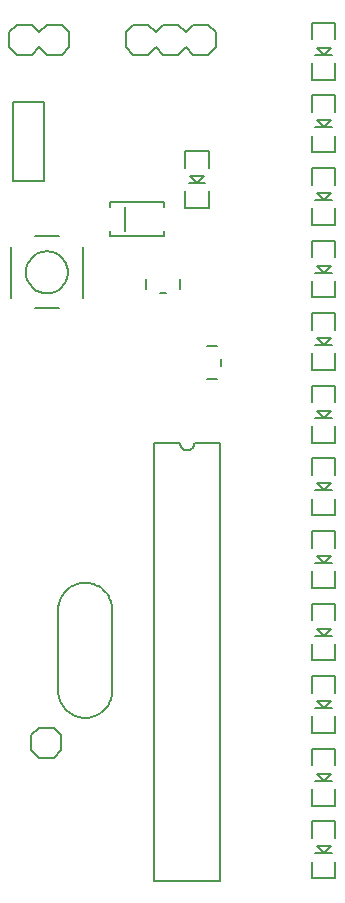
<source format=gto>
G75*
%MOIN*%
%OFA0B0*%
%FSLAX24Y24*%
%IPPOS*%
%LPD*%
%AMOC8*
5,1,8,0,0,1.08239X$1,22.5*
%
%ADD10C,0.0080*%
%ADD11C,0.0050*%
%ADD12C,0.0060*%
D10*
X002275Y004775D02*
X002775Y004775D01*
X003025Y005025D01*
X003025Y005525D01*
X002775Y005775D01*
X002275Y005775D01*
X002025Y005525D01*
X002025Y005025D01*
X002275Y004775D01*
X002925Y007000D02*
X002925Y009700D01*
X002927Y009759D01*
X002933Y009817D01*
X002942Y009876D01*
X002956Y009933D01*
X002973Y009989D01*
X002994Y010044D01*
X003018Y010098D01*
X003046Y010150D01*
X003077Y010200D01*
X003111Y010248D01*
X003148Y010293D01*
X003189Y010336D01*
X003232Y010377D01*
X003277Y010414D01*
X003325Y010448D01*
X003375Y010479D01*
X003427Y010507D01*
X003481Y010531D01*
X003536Y010552D01*
X003592Y010569D01*
X003649Y010583D01*
X003708Y010592D01*
X003766Y010598D01*
X003825Y010600D01*
X003884Y010598D01*
X003942Y010592D01*
X004001Y010583D01*
X004058Y010569D01*
X004114Y010552D01*
X004169Y010531D01*
X004223Y010507D01*
X004275Y010479D01*
X004325Y010448D01*
X004373Y010414D01*
X004418Y010377D01*
X004461Y010336D01*
X004502Y010293D01*
X004539Y010248D01*
X004573Y010200D01*
X004604Y010150D01*
X004632Y010098D01*
X004656Y010044D01*
X004677Y009989D01*
X004694Y009933D01*
X004708Y009876D01*
X004717Y009817D01*
X004723Y009759D01*
X004725Y009700D01*
X004725Y007000D01*
X004723Y006941D01*
X004717Y006883D01*
X004708Y006824D01*
X004694Y006767D01*
X004677Y006711D01*
X004656Y006656D01*
X004632Y006602D01*
X004604Y006550D01*
X004573Y006500D01*
X004539Y006452D01*
X004502Y006407D01*
X004461Y006364D01*
X004418Y006323D01*
X004373Y006286D01*
X004325Y006252D01*
X004275Y006221D01*
X004223Y006193D01*
X004169Y006169D01*
X004114Y006148D01*
X004058Y006131D01*
X004001Y006117D01*
X003942Y006108D01*
X003884Y006102D01*
X003825Y006100D01*
X003766Y006102D01*
X003708Y006108D01*
X003649Y006117D01*
X003592Y006131D01*
X003536Y006148D01*
X003481Y006169D01*
X003427Y006193D01*
X003375Y006221D01*
X003325Y006252D01*
X003277Y006286D01*
X003232Y006323D01*
X003189Y006364D01*
X003148Y006407D01*
X003111Y006452D01*
X003077Y006500D01*
X003046Y006550D01*
X003018Y006602D01*
X002994Y006656D01*
X002973Y006711D01*
X002956Y006767D01*
X002942Y006824D01*
X002933Y006883D01*
X002927Y006941D01*
X002925Y007000D01*
X011381Y006934D02*
X011381Y007485D01*
X012169Y007485D01*
X012169Y006934D01*
X012011Y006658D02*
X011539Y006658D01*
X011775Y006422D01*
X012011Y006658D01*
X012051Y006422D02*
X011775Y006422D01*
X011499Y006422D01*
X011381Y006146D02*
X011381Y005595D01*
X012169Y005595D01*
X012169Y006146D01*
X012169Y005065D02*
X011381Y005065D01*
X011381Y004514D01*
X011539Y004238D02*
X011775Y004002D01*
X012011Y004238D01*
X011539Y004238D01*
X011499Y004002D02*
X011775Y004002D01*
X012051Y004002D01*
X012169Y003726D02*
X012169Y003175D01*
X011381Y003175D01*
X011381Y003726D01*
X012169Y004514D02*
X012169Y005065D01*
X012169Y002645D02*
X011381Y002645D01*
X011381Y002094D01*
X011539Y001818D02*
X011775Y001582D01*
X012011Y001818D01*
X011539Y001818D01*
X011499Y001582D02*
X011775Y001582D01*
X012051Y001582D01*
X012169Y001306D02*
X012169Y000755D01*
X011381Y000755D01*
X011381Y001306D01*
X012169Y002094D02*
X012169Y002645D01*
X012169Y008015D02*
X011381Y008015D01*
X011381Y008566D01*
X011499Y008842D02*
X011775Y008842D01*
X011539Y009078D01*
X012011Y009078D01*
X011775Y008842D01*
X012051Y008842D01*
X012169Y008566D02*
X012169Y008015D01*
X012169Y009354D02*
X012169Y009905D01*
X011381Y009905D01*
X011381Y009354D01*
X011381Y010435D02*
X011381Y010986D01*
X011499Y011262D02*
X011775Y011262D01*
X011539Y011498D01*
X012011Y011498D01*
X011775Y011262D01*
X012051Y011262D01*
X012169Y010986D02*
X012169Y010435D01*
X011381Y010435D01*
X011381Y011774D02*
X011381Y012325D01*
X012169Y012325D01*
X012169Y011774D01*
X012169Y012855D02*
X011381Y012855D01*
X011381Y013406D01*
X011499Y013682D02*
X011775Y013682D01*
X011539Y013918D01*
X012011Y013918D01*
X011775Y013682D01*
X012051Y013682D01*
X012169Y013406D02*
X012169Y012855D01*
X012169Y014194D02*
X012169Y014745D01*
X011381Y014745D01*
X011381Y014194D01*
X011381Y015275D02*
X011381Y015826D01*
X011499Y016102D02*
X011775Y016102D01*
X011539Y016338D01*
X012011Y016338D01*
X011775Y016102D01*
X012051Y016102D01*
X012169Y015826D02*
X012169Y015275D01*
X011381Y015275D01*
X011381Y016614D02*
X011381Y017165D01*
X012169Y017165D01*
X012169Y016614D01*
X012169Y017695D02*
X011381Y017695D01*
X011381Y018246D01*
X011499Y018522D02*
X011775Y018522D01*
X011539Y018758D01*
X012011Y018758D01*
X011775Y018522D01*
X012051Y018522D01*
X012169Y018246D02*
X012169Y017695D01*
X012169Y019034D02*
X012169Y019585D01*
X011381Y019585D01*
X011381Y019034D01*
X011381Y020115D02*
X011381Y020666D01*
X011499Y020942D02*
X011775Y020942D01*
X011539Y021178D01*
X012011Y021178D01*
X011775Y020942D01*
X012051Y020942D01*
X012169Y020666D02*
X012169Y020115D01*
X011381Y020115D01*
X011381Y021454D02*
X011381Y022005D01*
X012169Y022005D01*
X012169Y021454D01*
X012169Y022535D02*
X011381Y022535D01*
X011381Y023086D01*
X011499Y023362D02*
X011775Y023362D01*
X011539Y023598D01*
X012011Y023598D01*
X011775Y023362D01*
X012051Y023362D01*
X012169Y023086D02*
X012169Y022535D01*
X012169Y023874D02*
X012169Y024425D01*
X011381Y024425D01*
X011381Y023874D01*
X011381Y024955D02*
X011381Y025506D01*
X011499Y025782D02*
X011775Y025782D01*
X011539Y026018D01*
X012011Y026018D01*
X011775Y025782D01*
X012051Y025782D01*
X012169Y025506D02*
X012169Y024955D01*
X011381Y024955D01*
X011381Y026294D02*
X011381Y026845D01*
X012169Y026845D01*
X012169Y026294D01*
X012169Y027375D02*
X011381Y027375D01*
X011381Y027926D01*
X011499Y028202D02*
X011775Y028202D01*
X011539Y028438D01*
X012011Y028438D01*
X011775Y028202D01*
X012051Y028202D01*
X012169Y027926D02*
X012169Y027375D01*
X012169Y028714D02*
X012169Y029265D01*
X011381Y029265D01*
X011381Y028714D01*
X008175Y028950D02*
X008175Y028450D01*
X007925Y028200D01*
X007425Y028200D01*
X007175Y028450D01*
X006925Y028200D01*
X006425Y028200D01*
X006175Y028450D01*
X005925Y028200D01*
X005425Y028200D01*
X005175Y028450D01*
X005175Y028950D01*
X005425Y029200D01*
X005925Y029200D01*
X006175Y028950D01*
X006425Y029200D01*
X006925Y029200D01*
X007175Y028950D01*
X007425Y029200D01*
X007925Y029200D01*
X008175Y028950D01*
X003300Y028950D02*
X003300Y028450D01*
X003050Y028200D01*
X002550Y028200D01*
X002300Y028450D01*
X002050Y028200D01*
X001550Y028200D01*
X001300Y028450D01*
X001300Y028950D01*
X001550Y029200D01*
X002050Y029200D01*
X002300Y028950D01*
X002550Y029200D01*
X003050Y029200D01*
X003300Y028950D01*
X007156Y024995D02*
X007156Y024444D01*
X007314Y024168D02*
X007550Y023932D01*
X007786Y024168D01*
X007314Y024168D01*
X007274Y023932D02*
X007550Y023932D01*
X007826Y023932D01*
X007944Y023656D02*
X007944Y023105D01*
X007156Y023105D01*
X007156Y023656D01*
X006456Y023296D02*
X006456Y023119D01*
X006456Y023296D02*
X004644Y023296D01*
X004644Y023119D01*
X005156Y023119D02*
X005156Y022331D01*
X004644Y022331D02*
X004644Y022154D01*
X006456Y022154D01*
X006456Y022331D01*
X006985Y020744D02*
X006985Y020406D01*
X006531Y020256D02*
X006319Y020256D01*
X005865Y020406D02*
X005865Y020744D01*
X003750Y020100D02*
X003750Y021800D01*
X002955Y022150D02*
X002150Y022150D01*
X001350Y021800D02*
X001350Y020100D01*
X002150Y019750D02*
X002943Y019750D01*
X001850Y020950D02*
X001852Y021002D01*
X001858Y021054D01*
X001868Y021106D01*
X001881Y021156D01*
X001898Y021206D01*
X001919Y021254D01*
X001944Y021300D01*
X001972Y021344D01*
X002003Y021386D01*
X002037Y021426D01*
X002074Y021463D01*
X002114Y021497D01*
X002156Y021528D01*
X002200Y021556D01*
X002246Y021581D01*
X002294Y021602D01*
X002344Y021619D01*
X002394Y021632D01*
X002446Y021642D01*
X002498Y021648D01*
X002550Y021650D01*
X002602Y021648D01*
X002654Y021642D01*
X002706Y021632D01*
X002756Y021619D01*
X002806Y021602D01*
X002854Y021581D01*
X002900Y021556D01*
X002944Y021528D01*
X002986Y021497D01*
X003026Y021463D01*
X003063Y021426D01*
X003097Y021386D01*
X003128Y021344D01*
X003156Y021300D01*
X003181Y021254D01*
X003202Y021206D01*
X003219Y021156D01*
X003232Y021106D01*
X003242Y021054D01*
X003248Y021002D01*
X003250Y020950D01*
X003248Y020898D01*
X003242Y020846D01*
X003232Y020794D01*
X003219Y020744D01*
X003202Y020694D01*
X003181Y020646D01*
X003156Y020600D01*
X003128Y020556D01*
X003097Y020514D01*
X003063Y020474D01*
X003026Y020437D01*
X002986Y020403D01*
X002944Y020372D01*
X002900Y020344D01*
X002854Y020319D01*
X002806Y020298D01*
X002756Y020281D01*
X002706Y020268D01*
X002654Y020258D01*
X002602Y020252D01*
X002550Y020250D01*
X002498Y020252D01*
X002446Y020258D01*
X002394Y020268D01*
X002344Y020281D01*
X002294Y020298D01*
X002246Y020319D01*
X002200Y020344D01*
X002156Y020372D01*
X002114Y020403D01*
X002074Y020437D01*
X002037Y020474D01*
X002003Y020514D01*
X001972Y020556D01*
X001944Y020600D01*
X001919Y020646D01*
X001898Y020694D01*
X001881Y020744D01*
X001868Y020794D01*
X001858Y020846D01*
X001852Y020898D01*
X001850Y020950D01*
X007156Y024995D02*
X007944Y024995D01*
X007944Y024444D01*
X007881Y018510D02*
X008219Y018510D01*
X008369Y018056D02*
X008369Y017844D01*
X008219Y017390D02*
X007881Y017390D01*
D11*
X002437Y024006D02*
X001413Y024006D01*
X001413Y026644D01*
X002437Y026644D01*
X002437Y024006D01*
D12*
X006125Y015275D02*
X006125Y000675D01*
X008325Y000675D01*
X008325Y015275D01*
X007475Y015275D01*
X007473Y015245D01*
X007468Y015215D01*
X007459Y015186D01*
X007446Y015159D01*
X007431Y015133D01*
X007412Y015109D01*
X007391Y015088D01*
X007367Y015069D01*
X007341Y015054D01*
X007314Y015041D01*
X007285Y015032D01*
X007255Y015027D01*
X007225Y015025D01*
X007195Y015027D01*
X007165Y015032D01*
X007136Y015041D01*
X007109Y015054D01*
X007083Y015069D01*
X007059Y015088D01*
X007038Y015109D01*
X007019Y015133D01*
X007004Y015159D01*
X006991Y015186D01*
X006982Y015215D01*
X006977Y015245D01*
X006975Y015275D01*
X006125Y015275D01*
M02*

</source>
